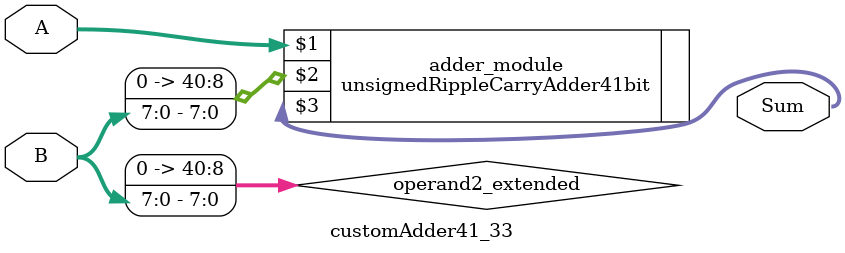
<source format=v>
module customAdder41_33(
                        input [40 : 0] A,
                        input [7 : 0] B,
                        
                        output [41 : 0] Sum
                );

        wire [40 : 0] operand2_extended;
        
        assign operand2_extended =  {33'b0, B};
        
        unsignedRippleCarryAdder41bit adder_module(
            A,
            operand2_extended,
            Sum
        );
        
        endmodule
        
</source>
